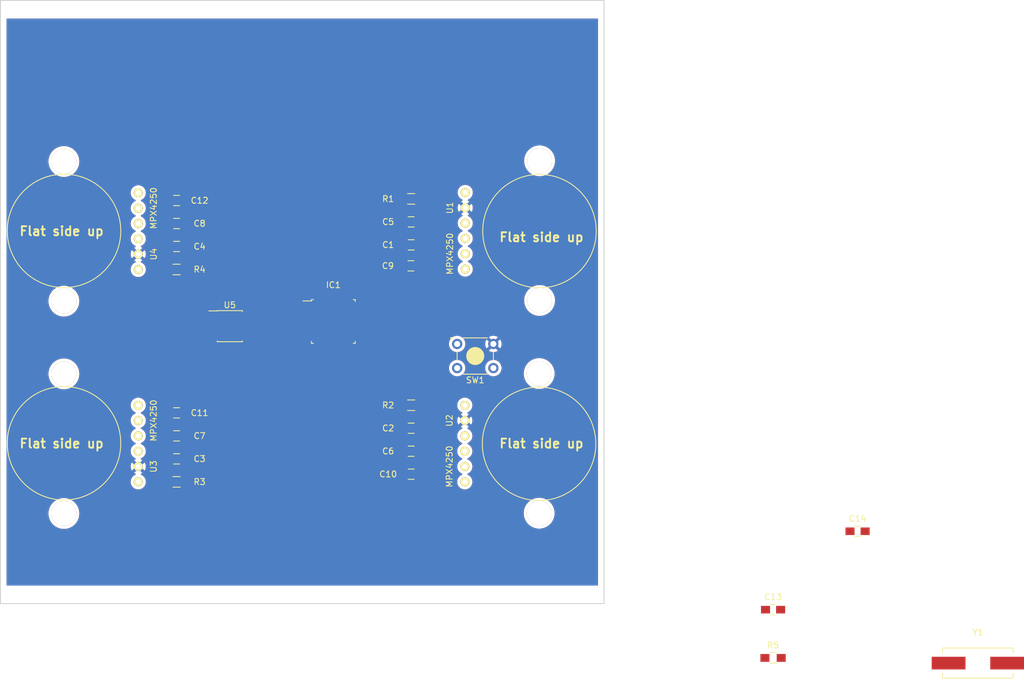
<source format=kicad_pcb>
(kicad_pcb (version 20221018) (generator pcbnew)
  (layers (0 "F.Cu" signal) (31 "B.Cu" signal) (34 "B.Paste" user) (35 "F.Paste" user) (36 "B.SilkS" user "B.Silkscreen") (37 "F.SilkS" user "F.Silkscreen") (38 "B.Mask" user) (39 "F.Mask" user) (44 "Edge.Cuts" user))
  (net 0 "")
  (net 1 "+5V")
  (net 2 "GND")
  (net 3 "MAP1")
  (net 4 "MAP2")
  (net 5 "MAP3")
  (net 6 "MAP4")
  (net 7 "Net-(IC1-Pad1)")
  (net 8 "Net-(IC1-Pad2)")
  (net 9 "Net-(IC1-Pad9)")
  (net 10 "Net-(IC1-Pad10)")
  (net 11 "Net-(IC1-Pad11)")
  (net 12 "Net-(IC1-Pad12)")
  (net 13 "Net-(IC1-Pad13)")
  (net 14 "Net-(IC1-Pad16)")
  (net 15 "Net-(IC1-Pad18)")
  (net 16 "Net-(IC1-Pad19)")
  (net 17 "Net-(IC1-Pad20)")
  (net 18 "Net-(IC1-Pad22)")
  (net 19 "Net-(IC1-Pad27)")
  (net 20 "Net-(IC1-Pad28)")
  (net 21 "Net-(IC1-Pad29)")
  (net 22 "Net-(IC1-Pad30)")
  (net 23 "Net-(IC1-Pad31)")
  (net 24 "Net-(IC1-Pad32)")
  (net 25 "Net-(R1-Pad2)")
  (net 26 "Net-(R2-Pad2)")
  (net 27 "Net-(R3-Pad2)")
  (net 28 "Net-(R4-Pad2)")
  (net 29 "Net-(C13-Pad2)")
  (net 30 "Net-(C14-Pad2)")
  (net 31 "DAC_SS")
  (net 32 "DAC_Serial")
  (net 33 "SCK")
  (net 34 "Net-(U5-Pad8)")
  (footprint "Capacitors_SMD:C_0805_HandSoldering" (layer "F.Cu") (at 168 141)
    (fp_text reference "C13" (at 0 -2.1) (layer "F.SilkS"))
    (fp_text value "C22pF")
    (fp_line (start -0.5 0.85) (end 0.5 0.85) (stroke (width 0.15)) (layer "F.SilkS"))
    (fp_line (start 0.5 -0.85) (end -0.5 -0.85) (stroke (width 0.15)) (layer "F.SilkS"))
    (pad "1" smd rect (at -1.25 0) (size 1.5 1.25) (layers "F.Cu" "F.Paste" "F.Mask") (net 2 "GND"))
    (pad "2" smd rect (at 1.25 0) (size 1.5 1.25) (layers "F.Cu" "F.Paste" "F.Mask") (net 29 "Net-(C13-Pad2)"))
  )
  (footprint "Capacitors_SMD:C_0805_HandSoldering" (layer "F.Cu") (at 182 128)
    (fp_text reference "C14" (at 0 -2.1) (layer "F.SilkS"))
    (fp_text value "C22pF")
    (fp_line (start -0.5 0.85) (end 0.5 0.85) (stroke (width 0.15)) (layer "F.SilkS"))
    (fp_line (start 0.5 -0.85) (end -0.5 -0.85) (stroke (width 0.15)) (layer "F.SilkS"))
    (pad "1" smd rect (at -1.25 0) (size 1.5 1.25) (layers "F.Cu" "F.Paste" "F.Mask") (net 2 "GND"))
    (pad "2" smd rect (at 1.25 0) (size 1.5 1.25) (layers "F.Cu" "F.Paste" "F.Mask") (net 30 "Net-(C14-Pad2)"))
  )
  (footprint "Resistors_SMD:R_0805_HandSoldering" (layer "F.Cu") (at 168 149)
    (fp_text reference "R5" (at 0 -2.1) (layer "F.SilkS"))
    (fp_text value "R10k")
    (fp_line (start -0.6 -0.875) (end 0.6 -0.875) (stroke (width 0.15)) (layer "F.SilkS"))
    (fp_line (start 0.6 0.875) (end -0.6 0.875) (stroke (width 0.15)) (layer "F.SilkS"))
    (pad "1" smd rect (at -1.35 0) (size 1.5 1.3) (layers "F.Cu" "F.Paste" "F.Mask") (net 1 "+5V"))
    (pad "2" smd rect (at 1.35 0) (size 1.5 1.3) (layers "F.Cu" "F.Paste" "F.Mask") (net 21 "Net-(IC1-Pad29)"))
  )
  (footprint "Buttons_Switches_ThroughHole:SW_TH_Tactile_Omron_B3F-10xx" (layer "F.Cu") (at 115.66 96.95)
    (fp_text reference "SW1" (at 3 6) (layer "F.SilkS"))
    (fp_text value "SW_SPST")
    (fp_line (start -1.05 -1.05) (end -1.05 -0.7) (stroke (width 0.15)) (layer "F.SilkS"))
    (fp_line (start -1.05 -1.05) (end -0.7 -1.05) (stroke (width 0.15)) (layer "F.SilkS"))
    (fp_line (start -0.95 -1) (end -0.95 -0.9) (stroke (width 0.15)) (layer "F.SilkS"))
    (fp_line (start 0 2) (end 0 2) (stroke (width 0.1)) (layer "F.SilkS"))
    (fp_line (start 0 2.75) (end 0 1.25) (stroke (width 0.15)) (layer "F.SilkS"))
    (fp_line (start 1 -1) (end 5 -1) (stroke (width 0.15)) (layer "F.SilkS"))
    (fp_line (start 1 5) (end 5 5) (stroke (width 0.15)) (layer "F.SilkS"))
    (fp_line (start 5 -1) (end 1 -1) (stroke (width 0.1)) (layer "F.SilkS"))
    (fp_line (start 5 5) (end 1 5) (stroke (width 0.1)) (layer "F.SilkS"))
    (fp_line (start 6 1.25) (end 6 2.75) (stroke (width 0.15)) (layer "F.SilkS"))
    (fp_line (start 6 2) (end 6 2) (stroke (width 0.1)) (layer "F.SilkS"))
    (fp_arc (start -1.05 -0.7) (mid -0.892328 -0.892328) (end -0.7 -1.05) (stroke (width 0.15)) (layer "F.SilkS"))
    (fp_circle (center 3 2) (end 4 3) (fill solid) (layer "F.SilkS"))
    (fp_circle (center 3 2) (end 4 3) (stroke (width 0.15)) (fill none) (layer "F.SilkS"))
    (pad "1" thru_hole circle (at 0 0) (size 1.7 1.7) (drill 1) (layers "*.Cu" "*.Mask") (net 21 "Net-(IC1-Pad29)"))
    (pad "2" thru_hole circle (at 6 0) (size 1.7 1.7) (drill 1) (layers "*.Cu" "*.Mask") (net 2 "GND"))
    (pad "3" thru_hole circle (at 0 4) (size 1.7 1.7) (drill 1) (layers "*.Cu" "*.Mask"))
    (pad "4" thru_hole circle (at 6 4) (size 1.7 1.7) (drill 1) (layers "*.Cu" "*.Mask"))
  )
  (footprint "Crystals:Crystal_HC49-SD_SMD" (layer "F.Cu") (at 201.93 149.86)
    (fp_text reference "Y1" (at 0 -5.08) (layer "F.SilkS"))
    (fp_text value "Crystal")
    (fp_line (start -5.84962 -2.49936) (end -5.84962 -1.651) (stroke (width 0.15)) (layer "F.SilkS"))
    (fp_line (start -5.84962 2.49936) (end -5.84962 1.651) (stroke (width 0.15)) (layer "F.SilkS"))
    (fp_line (start -5.84962 2.49936) (end 5.84962 2.49936) (stroke (width 0.15)) (layer "F.SilkS"))
    (fp_line (start 5.84962 -2.49936) (end -5.84962 -2.49936) (stroke (width 0.15)) (layer "F.SilkS"))
    (fp_line (start 5.84962 -2.49936) (end 5.84962 -1.651) (stroke (width 0.15)) (layer "F.SilkS"))
    (fp_line (start 5.84962 2.49936) (end 5.84962 1.651) (stroke (width 0.15)) (layer "F.SilkS"))
    (pad "1" smd rect (at -4.84886 0) (size 5.6007 2.10058) (layers "F.Cu" "F.Paste" "F.Mask") (net 29 "Net-(C13-Pad2)"))
    (pad "2" smd rect (at 4.84886 0) (size 5.6007 2.10058) (layers "F.Cu" "F.Paste" "F.Mask") (net 30 "Net-(C14-Pad2)"))
  )
  (footprint "Housings_SOIC:SOIC-8_3.9x4.9mm_Pitch1.27mm" (layer "F.Cu") (at 78 94)
    (fp_text reference "U5" (at 0 -3.5) (layer "F.SilkS"))
    (fp_text value "MCP4921-E/SN")
    (fp_line (start -2.075 -2.575) (end -2.075 -2.525) (stroke (width 0.15)) (layer "F.SilkS"))
    (fp_line (start -2.075 -2.575) (end 2.075 -2.575) (stroke (width 0.15)) (layer "F.SilkS"))
    (fp_line (start -2.075 -2.525) (end -3.475 -2.525) (stroke (width 0.15)) (layer "F.SilkS"))
    (fp_line (start -2.075 2.575) (end -2.075 2.43) (stroke (width 0.15)) (layer "F.SilkS"))
    (fp_line (start -2.075 2.575) (end 2.075 2.575) (stroke (width 0.15)) (layer "F.SilkS"))
    (fp_line (start 2.075 -2.575) (end 2.075 -2.43) (stroke (width 0.15)) (layer "F.SilkS"))
    (fp_line (start 2.075 2.575) (end 2.075 2.43) (stroke (width 0.15)) (layer "F.SilkS"))
    (pad "1" smd rect (at -2.7 -1.905) (size 1.55 0.6) (layers "F.Cu" "F.Paste" "F.Mask") (net 1 "+5V"))
    (pad "2" smd rect (at -2.7 -0.635) (size 1.55 0.6) (layers "F.Cu" "F.Paste" "F.Mask") (net 31 "DAC_SS"))
    (pad "3" smd rect (at -2.7 0.635) (size 1.55 0.6) (layers "F.Cu" "F.Paste" "F.Mask") (net 33 "SCK"))
    (pad "4" smd rect (at -2.7 1.905) (size 1.55 0.6) (layers "F.Cu" "F.Paste" "F.Mask") (net 32 "DAC_Serial"))
    (pad "5" smd rect (at 2.7 1.905) (size 1.55 0.6) (layers "F.Cu" "F.Paste" "F.Mask") (net 2 "GND"))
    (pad "6" smd rect (at 2.7 0.635) (size 1.55 0.6) (layers "F.Cu" "F.Paste" "F.Mask") (net 1 "+5V"))
    (pad "7" smd rect (at 2.7 -0.635) (size 1.55 0.6) (layers "F.Cu" "F.Paste" "F.Mask") (net 2 "GND"))
    (pad "8" smd rect (at 2.7 -1.905) (size 1.55 0.6) (layers "F.Cu" "F.Paste" "F.Mask") (net 34 "Net-(U5-Pad8)"))
  )
  (footprint "Capacitors_SMD:C_0805_HandSoldering" (layer "F.Cu") (at 108.04 80.52)
    (fp_text reference "C1" (at -3.81 0) (layer "F.SilkS"))
    (fp_text value "C1uF")
    (fp_line (start -0.5 0.85) (end 0.5 0.85) (stroke (width 0.15)) (layer "F.SilkS"))
    (fp_line (start 0.5 -0.85) (end -0.5 -0.85) (stroke (width 0.15)) (layer "F.SilkS"))
    (pad "1" smd rect (at -1.25 0) (size 1.5 1.25) (layers "F.Cu" "F.Paste" "F.Mask") (net 1 "+5V"))
    (pad "2" smd rect (at 1.25 0) (size 1.5 1.25) (layers "F.Cu" "F.Paste" "F.Mask") (net 2 "GND"))
  )
  (footprint "Capacitors_SMD:C_0805_HandSoldering" (layer "F.Cu") (at 108.04 110.92)
    (fp_text reference "C2" (at -3.81 0) (layer "F.SilkS"))
    (fp_text value "C1uF")
    (fp_line (start -0.5 0.85) (end 0.5 0.85) (stroke (width 0.15)) (layer "F.SilkS"))
    (fp_line (start 0.5 -0.85) (end -0.5 -0.85) (stroke (width 0.15)) (layer "F.SilkS"))
    (pad "1" smd rect (at -1.25 0) (size 1.5 1.25) (layers "F.Cu" "F.Paste" "F.Mask") (net 1 "+5V"))
    (pad "2" smd rect (at 1.25 0) (size 1.5 1.25) (layers "F.Cu" "F.Paste" "F.Mask") (net 2 "GND"))
  )
  (footprint "Capacitors_SMD:C_0805_HandSoldering" (layer "F.Cu") (at 69.18 116)
    (fp_text reference "C3" (at 3.81 0) (layer "F.SilkS"))
    (fp_text value "C1uF")
    (fp_line (start -0.5 0.85) (end 0.5 0.85) (stroke (width 0.15)) (layer "F.SilkS"))
    (fp_line (start 0.5 -0.85) (end -0.5 -0.85) (stroke (width 0.15)) (layer "F.SilkS"))
    (pad "1" smd rect (at -1.25 0) (size 1.5 1.25) (layers "F.Cu" "F.Paste" "F.Mask") (net 1 "+5V"))
    (pad "2" smd rect (at 1.25 0) (size 1.5 1.25) (layers "F.Cu" "F.Paste" "F.Mask") (net 2 "GND"))
  )
  (footprint "Capacitors_SMD:C_0805_HandSoldering" (layer "F.Cu") (at 69.18 80.79)
    (fp_text reference "C4" (at 3.81 0) (layer "F.SilkS"))
    (fp_text value "C1uF")
    (fp_line (start -0.5 0.85) (end 0.5 0.85) (stroke (width 0.15)) (layer "F.SilkS"))
    (fp_line (start 0.5 -0.85) (end -0.5 -0.85) (stroke (width 0.15)) (layer "F.SilkS"))
    (pad "1" smd rect (at -1.25 0) (size 1.5 1.25) (layers "F.Cu" "F.Paste" "F.Mask") (net 1 "+5V"))
    (pad "2" smd rect (at 1.25 0) (size 1.5 1.25) (layers "F.Cu" "F.Paste" "F.Mask") (net 2 "GND"))
  )
  (footprint "Capacitors_SMD:C_0805_HandSoldering" (layer "F.Cu") (at 108.04 76.71)
    (fp_text reference "C5" (at -3.81 0) (layer "F.SilkS"))
    (fp_text value "C0.01uF")
    (fp_line (start -0.5 0.85) (end 0.5 0.85) (stroke (width 0.15)) (layer "F.SilkS"))
    (fp_line (start 0.5 -0.85) (end -0.5 -0.85) (stroke (width 0.15)) (layer "F.SilkS"))
    (pad "1" smd rect (at -1.25 0) (size 1.5 1.25) (layers "F.Cu" "F.Paste" "F.Mask") (net 1 "+5V"))
    (pad "2" smd rect (at 1.25 0) (size 1.5 1.25) (layers "F.Cu" "F.Paste" "F.Mask") (net 2 "GND"))
  )
  (footprint "Capacitors_SMD:C_0805_HandSoldering" (layer "F.Cu") (at 108.04 114.73)
    (fp_text reference "C6" (at -3.81 0) (layer "F.SilkS"))
    (fp_text value "C0.01uF")
    (fp_line (start -0.5 0.85) (end 0.5 0.85) (stroke (width 0.15)) (layer "F.SilkS"))
    (fp_line (start 0.5 -0.85) (end -0.5 -0.85) (stroke (width 0.15)) (layer "F.SilkS"))
    (pad "1" smd rect (at -1.25 0) (size 1.5 1.25) (layers "F.Cu" "F.Paste" "F.Mask") (net 1 "+5V"))
    (pad "2" smd rect (at 1.25 0) (size 1.5 1.25) (layers "F.Cu" "F.Paste" "F.Mask") (net 2 "GND"))
  )
  (footprint "Capacitors_SMD:C_0805_HandSoldering" (layer "F.Cu") (at 69.18 112.19)
    (fp_text reference "C7" (at 3.81 0) (layer "F.SilkS"))
    (fp_text value "C0.01uF")
    (fp_line (start -0.5 0.85) (end 0.5 0.85) (stroke (width 0.15)) (layer "F.SilkS"))
    (fp_line (start 0.5 -0.85) (end -0.5 -0.85) (stroke (width 0.15)) (layer "F.SilkS"))
    (pad "1" smd rect (at -1.25 0) (size 1.5 1.25) (layers "F.Cu" "F.Paste" "F.Mask") (net 1 "+5V"))
    (pad "2" smd rect (at 1.25 0) (size 1.5 1.25) (layers "F.Cu" "F.Paste" "F.Mask") (net 2 "GND"))
  )
  (footprint "Capacitors_SMD:C_0805_HandSoldering" (layer "F.Cu") (at 69.18 76.98)
    (fp_text reference "C8" (at 3.81 0) (layer "F.SilkS"))
    (fp_text value "C0.01uF")
    (fp_line (start -0.5 0.85) (end 0.5 0.85) (stroke (width 0.15)) (layer "F.SilkS"))
    (fp_line (start 0.5 -0.85) (end -0.5 -0.85) (stroke (width 0.15)) (layer "F.SilkS"))
    (pad "1" smd rect (at -1.25 0) (size 1.5 1.25) (layers "F.Cu" "F.Paste" "F.Mask") (net 1 "+5V"))
    (pad "2" smd rect (at 1.25 0) (size 1.5 1.25) (layers "F.Cu" "F.Paste" "F.Mask") (net 2 "GND"))
  )
  (footprint "Capacitors_SMD:C_0805_HandSoldering" (layer "F.Cu") (at 108 84)
    (fp_text reference "C9" (at -3.81 0) (layer "F.SilkS"))
    (fp_text value "C0.3uF")
    (fp_line (start -0.5 0.85) (end 0.5 0.85) (stroke (width 0.15)) (layer "F.SilkS"))
    (fp_line (start 0.5 -0.85) (end -0.5 -0.85) (stroke (width 0.15)) (layer "F.SilkS"))
    (pad "1" smd rect (at -1.25 0) (size 1.5 1.25) (layers "F.Cu" "F.Paste" "F.Mask") (net 3 "MAP1"))
    (pad "2" smd rect (at 1.25 0) (size 1.5 1.25) (layers "F.Cu" "F.Paste" "F.Mask") (net 2 "GND"))
  )
  (footprint "Capacitors_SMD:C_0805_HandSoldering" (layer "F.Cu") (at 108.04 118.54)
    (fp_text reference "C10" (at -3.81 0) (layer "F.SilkS"))
    (fp_text value "C0.3uF")
    (fp_line (start -0.5 0.85) (end 0.5 0.85) (stroke (width 0.15)) (layer "F.SilkS"))
    (fp_line (start 0.5 -0.85) (end -0.5 -0.85) (stroke (width 0.15)) (layer "F.SilkS"))
    (pad "1" smd rect (at -1.25 0) (size 1.5 1.25) (layers "F.Cu" "F.Paste" "F.Mask") (net 4 "MAP2"))
    (pad "2" smd rect (at 1.25 0) (size 1.5 1.25) (layers "F.Cu" "F.Paste" "F.Mask") (net 2 "GND"))
  )
  (footprint "Capacitors_SMD:C_0805_HandSoldering" (layer "F.Cu") (at 69.18 108.38)
    (fp_text reference "C11" (at 3.81 0) (layer "F.SilkS"))
    (fp_text value "C0.3uF")
    (fp_line (start -0.5 0.85) (end 0.5 0.85) (stroke (width 0.15)) (layer "F.SilkS"))
    (fp_line (start 0.5 -0.85) (end -0.5 -0.85) (stroke (width 0.15)) (layer "F.SilkS"))
    (pad "1" smd rect (at -1.25 0) (size 1.5 1.25) (layers "F.Cu" "F.Paste" "F.Mask") (net 5 "MAP3"))
    (pad "2" smd rect (at 1.25 0) (size 1.5 1.25) (layers "F.Cu" "F.Paste" "F.Mask") (net 2 "GND"))
  )
  (footprint "Capacitors_SMD:C_0805_HandSoldering" (layer "F.Cu") (at 69.18 73.17)
    (fp_text reference "C12" (at 3.81 0) (layer "F.SilkS"))
    (fp_text value "C0.3uF")
    (fp_line (start -0.5 0.85) (end 0.5 0.85) (stroke (width 0.15)) (layer "F.SilkS"))
    (fp_line (start 0.5 -0.85) (end -0.5 -0.85) (stroke (width 0.15)) (layer "F.SilkS"))
    (pad "1" smd rect (at -1.25 0) (size 1.5 1.25) (layers "F.Cu" "F.Paste" "F.Mask") (net 6 "MAP4"))
    (pad "2" smd rect (at 1.25 0) (size 1.5 1.25) (layers "F.Cu" "F.Paste" "F.Mask") (net 2 "GND"))
  )
  (footprint "Housings_QFP:TQFP-32_7x7mm_Pitch0.8mm" (layer "F.Cu") (at 95.15 93.22)
    (fp_text reference "IC1" (at 0 -6.05) (layer "F.SilkS"))
    (fp_text value "ATMEGA328-A")
    (fp_line (start -3.625 -3.625) (end -3.625 -3.4) (stroke (width 0.15)) (layer "F.SilkS"))
    (fp_line (start -3.625 -3.625) (end -3.3 -3.625) (stroke (width 0.15)) (layer "F.SilkS"))
    (fp_line (start -3.625 -3.4) (end -5.05 -3.4) (stroke (width 0.15)) (layer "F.SilkS"))
    (fp_line (start -3.625 3.625) (end -3.625 3.3) (stroke (width 0.15)) (layer "F.SilkS"))
    (fp_line (start -3.625 3.625) (end -3.3 3.625) (stroke (width 0.15)) (layer "F.SilkS"))
    (fp_line (start 3.625 -3.625) (end 3.3 -3.625) (stroke (width 0.15)) (layer "F.SilkS"))
    (fp_line (start 3.625 -3.625) (end 3.625 -3.3) (stroke (width 0.15)) (layer "F.SilkS"))
    (fp_line (start 3.625 3.625) (end 3.3 3.625) (stroke (width 0.15)) (layer "F.SilkS"))
    (fp_line (start 3.625 3.625) (end 3.625 3.3) (stroke (width 0.15)) (layer "F.SilkS"))
    (pad "1" smd rect (at -4.25 -2.8) (size 1.6 0.55) (layers "F.Cu" "F.Paste" "F.Mask") (net 7 "Net-(IC1-Pad1)"))
    (pad "2" smd rect (at -4.25 -2) (size 1.6 0.55) (layers "F.Cu" "F.Paste" "F.Mask") (net 8 "Net-(IC1-Pad2)"))
    (pad "3" smd rect (at -4.25 -1.2) (size 1.6 0.55) (layers "F.Cu" "F.Paste" "F.Mask") (net 2 "GND"))
    (pad "4" smd rect (at -4.25 -0.4) (size 1.6 0.55) (layers "F.Cu" "F.Paste" "F.Mask") (net 1 "+5V"))
    (pad "5" smd rect (at -4.25 0.4) (size 1.6 0.55) (layers "F.Cu" "F.Paste" "F.Mask") (net 2 "GND"))
    (pad "6" smd rect (at -4.25 1.2) (size 1.6 0.55) (layers "F.Cu" "F.Paste" "F.Mask") (net 1 "+5V"))
    (pad "7" smd rect (at -4.25 2) (size 1.6 0.55) (layers "F.Cu" "F.Paste" "F.Mask") (net 29 "Net-(C13-Pad2)"))
    (pad "8" smd rect (at -4.25 2.8) (size 1.6 0.55) (layers "F.Cu" "F.Paste" "F.Mask") (net 30 "Net-(C14-Pad2)"))
    (pad "9" smd rect (at -2.8 4.25 90) (size 1.6 0.55) (layers "F.Cu" "F.Paste" "F.Mask") (net 9 "Net-(IC1-Pad9)"))
    (pad "10" smd rect (at -2 4.25 90) (size 1.6 0.55) (layers "F.Cu" "F.Paste" "F.Mask") (net 10 "Net-(IC1-Pad10)"))
    (pad "11" smd rect (at -1.2 4.25 90) (size 1.6 0.55) (layers "F.Cu" "F.Paste" "F.Mask") (net 11 "Net-(IC1-Pad11)"))
    (pad "12" smd rect (at -0.4 4.25 90) (size 1.6 0.55) (layers "F.Cu" "F.Paste" "F.Mask") (net 12 "Net-(IC1-Pad12)"))
    (pad "13" smd rect (at 0.4 4.25 90) (size 1.6 0.55) (layers "F.Cu" "F.Paste" "F.Mask") (net 13 "Net-(IC1-Pad13)"))
    (pad "14" smd rect (at 1.2 4.25 90) (size 1.6 0.55) (layers "F.Cu" "F.Paste" "F.Mask") (net 31 "DAC_SS"))
    (pad "15" smd rect (at 2 4.25 90) (size 1.6 0.55) (layers "F.Cu" "F.Paste" "F.Mask") (net 32 "DAC_Serial"))
    (pad "16" smd rect (at 2.8 4.25 90) (size 1.6 0.55) (layers "F.Cu" "F.Paste" "F.Mask") (net 14 "Net-(IC1-Pad16)"))
    (pad "17" smd rect (at 4.25 2.8) (size 1.6 0.55) (layers "F.Cu" "F.Paste" "F.Mask") (net 33 "SCK"))
    (pad "18" smd rect (at 4.25 2) (size 1.6 0.55) (layers "F.Cu" "F.Paste" "F.Mask") (net 15 "Net-(IC1-Pad18)"))
    (pad "19" smd rect (at 4.25 1.2) (size 1.6 0.55) (layers "F.Cu" "F.Paste" "F.Mask") (net 16 "Net-(IC1-Pad19)"))
    (pad "20" smd rect (at 4.25 0.4) (size 1.6 0.55) (layers "F.Cu" "F.Paste" "F.Mask") (net 17 "Net-(IC1-Pad20)"))
    (pad "21" smd rect (at 4.25 -0.4) (size 1.6 0.55) (layers "F.Cu" "F.Paste" "F.Mask") (net 2 "GND"))
    (pad "22" smd rect (at 4.25 -1.2) (size 1.6 0.55) (layers "F.Cu" "F.Paste" "F.Mask") (net 18 "Net-(IC1-Pad22)"))
    (pad "23" smd rect (at 4.25 -2) (size 1.6 0.55) (layers "F.Cu" "F.Paste" "F.Mask") (net 3 "MAP1"))
    (pad "24" smd rect (at 4.25 -2.8) (size 1.6 0.55) (layers "F.Cu" "F.Paste" "F.Mask") (net 4 "MAP2"))
    (pad "25" smd rect (at 2.8 -4.25 90) (size 1.6 0.55) (layers "F.Cu" "F.Paste" "F.Mask") (net 5 "MAP3"))
    (pad "26" smd rect (at 2 -4.25 90) (size 1.6 0.55) (layers "F.Cu" "F.Paste" "F.Mask") (net 6 "MAP4"))
    (pad "27" smd rect (at 1.2 -4.25 90) (size 1.6 0.55) (layers "F.Cu" "F.Paste" "F.Mask") (net 19 "Net-(IC1-Pad27)"))
    (pad "28" smd rect (at 0.4 -4.25 90) (size 1.6 0.55) (layers "F.Cu" "F.Paste" "F.Mask") (net 20 "Net-(IC1-Pad28)"))
    (pad "29" smd rect (at -0.4 -4.25 90) (size 1.6 0.55) (layers "F.Cu" "F.Paste" "F.Mask") (net 21 "Net-(IC1-Pad29)"))
    (pad "30" smd rect (at -1.2 -4.25 90) (size 1.6 0.55) (layers "F.Cu" "F.Paste" "F.Mask") (net 22 "Net-(IC1-Pad30)"))
    (pad "31" smd rect (at -2 -4.25 90) (size 1.6 0.55) (layers "F.Cu" "F.Paste" "F.Mask") (net 23 "Net-(IC1-Pad31)"))
    (pad "32" smd rect (at -2.8 -4.25 90) (size 1.6 0.55) (layers "F.Cu" "F.Paste" "F.Mask") (net 24 "Net-(IC1-Pad32)"))
  )
  (footprint "Resistors_SMD:R_0805_HandSoldering" (layer "F.Cu") (at 108.04 72.9)
    (fp_text reference "R1" (at -3.81 0) (layer "F.SilkS"))
    (fp_text value "R750")
    (fp_line (start -0.6 -0.875) (end 0.6 -0.875) (stroke (width 0.15)) (layer "F.SilkS"))
    (fp_line (start 0.6 0.875) (end -0.6 0.875) (stroke (width 0.15)) (layer "F.SilkS"))
    (pad "1" smd rect (at -1.35 0) (size 1.5 1.3) (layers "F.Cu" "F.Paste" "F.Mask") (net 3 "MAP1"))
    (pad "2" smd rect (at 1.35 0) (size 1.5 1.3) (layers "F.Cu" "F.Paste" "F.Mask") (net 25 "Net-(R1-Pad2)"))
  )
  (footprint "Resistors_SMD:R_0805_HandSoldering" (layer "F.Cu") (at 108.04 107.11)
    (fp_text reference "R2" (at -3.81 0) (layer "F.SilkS"))
    (fp_text value "R750")
    (fp_line (start -0.6 -0.875) (end 0.6 -0.875) (stroke (width 0.15)) (layer "F.SilkS"))
    (fp_line (start 0.6 0.875) (end -0.6 0.875) (stroke (width 0.15)) (layer "F.SilkS"))
    (pad "1" smd rect (at -1.35 0) (size 1.5 1.3) (layers "F.Cu" "F.Paste" "F.Mask") (net 4 "MAP2"))
    (pad "2" smd rect (at 1.35 0) (size 1.5 1.3) (layers "F.Cu" "F.Paste" "F.Mask") (net 26 "Net-(R2-Pad2)"))
  )
  (footprint "Resistors_SMD:R_0805_HandSoldering" (layer "F.Cu") (at 69.18 119.81)
    (fp_text reference "R3" (at 3.81 0) (layer "F.SilkS"))
    (fp_text value "R750")
    (fp_line (start -0.6 -0.875) (end 0.6 -0.875) (stroke (width 0.15)) (layer "F.SilkS"))
    (fp_line (start 0.6 0.875) (end -0.6 0.875) (stroke (width 0.15)) (layer "F.SilkS"))
    (pad "1" smd rect (at -1.35 0) (size 1.5 1.3) (layers "F.Cu" "F.Paste" "F.Mask") (net 5 "MAP3"))
    (pad "2" smd rect (at 1.35 0) (size 1.5 1.3) (layers "F.Cu" "F.Paste" "F.Mask") (net 27 "Net-(R3-Pad2)"))
  )
  (footprint "Resistors_SMD:R_0805_HandSoldering" (layer "F.Cu") (at 69.18 84.6)
    (fp_text reference "R4" (at 3.81 0) (layer "F.SilkS"))
    (fp_text value "R750")
    (fp_line (start -0.6 -0.875) (end 0.6 -0.875) (stroke (width 0.15)) (layer "F.SilkS"))
    (fp_line (start 0.6 0.875) (end -0.6 0.875) (stroke (width 0.15)) (layer "F.SilkS"))
    (pad "1" smd rect (at -1.35 0) (size 1.5 1.3) (layers "F.Cu" "F.Paste" "F.Mask") (net 6 "MAP4"))
    (pad "2" smd rect (at 1.35 0) (size 1.5 1.3) (layers "F.Cu" "F.Paste" "F.Mask") (net 28 "Net-(R4-Pad2)"))
  )
  (footprint "MPX4250:MPX4250" (layer "F.Cu") (at 117 71.84 -90)
    (fp_text reference "U1" (at 2.54 2.54 270) (layer "F.SilkS"))
    (fp_text value "MPX4250" (at 10.16 2.54 270) (layer "F.SilkS"))
    (fp_circle (center 6.4 -12.3) (end 10.2 -3.7) (stroke (width 0.15)) (fill none) (layer "F.SilkS"))
    (pad "1" thru_hole circle (at 0 0 270) (size 1.5 1.5) (drill 0.84) (layers "*.Cu" "*.Mask" "F.SilkS") (net 25 "Net-(R1-Pad2)"))
    (pad "2" thru_hole circle (at 2.54 0 270) (size 1.5 1.5) (drill 0.84) (layers "*.Cu" "*.Mask" "F.SilkS") (net 2 "GND"))
    (pad "3" thru_hole circle (at 5.08 0 270) (size 1.5 1.5) (drill 0.84) (layers "*.Cu" "*.Mask" "F.SilkS") (net 1 "+5V"))
    (pad "4" thru_hole circle (at 7.62 0 270) (size 1.5 1.5) (drill 0.84) (layers "*.Cu" "*.Mask" "F.SilkS"))
    (pad "5" thru_hole circle (at 10.16 0 270) (size 1.5 1.5) (drill 0.84) (layers "*.Cu" "*.Mask" "F.SilkS"))
    (pad "6" thru_hole circle (at 12.7 0 270) (size 1.5 1.5) (drill 0.84) (layers "*.Cu" "*.Mask" "F.SilkS"))
    (pad "~" thru_hole circle (at -5.25 -12.32 270) (size 4.1 4.1) (drill 4.1) (layers "*.Cu" "*.Mask" "F.SilkS"))
    (pad "~" thru_hole circle (at 17.9 -12.32 270) (size 4.1 4.1) (drill 4.1) (layers "*.Cu" "*.Mask" "F.SilkS"))
  )
  (footprint "MPX4250:MPX4250" (layer "F.Cu") (at 116.93 107.11 -90)
    (fp_text reference "U2" (at 2.54 2.54 270) (layer "F.SilkS"))
    (fp_text value "MPX4250" (at 10.16 2.54 270) (layer "F.SilkS"))
    (fp_circle (center 6.4 -12.3) (end 10.2 -3.7) (stroke (width 0.15)) (fill none) (layer "F.SilkS"))
    (pad "1" thru_hole circle (at 0 0 270) (size 1.5 1.5) (drill 0.84) (layers "*.Cu" "*.Mask" "F.SilkS") (net 26 "Net-(R2-Pad2)"))
    (pad "2" thru_hole circle (at 2.54 0 270) (size 1.5 1.5) (drill 0.84) (layers "*.Cu" "*.Mask" "F.SilkS") (net 2 "GND"))
    (pad "3" thru_hole circle (at 5.08 0 270) (size 1.5 1.5) (drill 0.84) (layers "*.Cu" "*.Mask" "F.SilkS") (net 1 "+5V"))
    (pad "4" thru_hole circle (at 7.62 0 270) (size 1.5 1.5) (drill 0.84) (layers "*.Cu" "*.Mask" "F.SilkS"))
    (pad "5" thru_hole circle (at 10.16 0 270) (size 1.5 1.5) (drill 0.84) (layers "*.Cu" "*.Mask" "F.SilkS"))
    (pad "6" thru_hole circle (at 12.7 0 270) (size 1.5 1.5) (drill 0.84) (layers "*.Cu" "*.Mask" "F.SilkS"))
    (pad "~" thru_hole circle (at -5.25 -12.32 270) (size 4.1 4.1) (drill 4.1) (layers "*.Cu" "*.Mask" "F.SilkS"))
    (pad "~" thru_hole circle (at 17.9 -12.32 270) (size 4.1 4.1) (drill 4.1) (layers "*.Cu" "*.Mask" "F.SilkS"))
  )
  (footprint "MPX4250:MPX4250" (layer "F.Cu") (at 62.83 119.81 90)
    (fp_text reference "U3" (at 2.54 2.54 90) (layer "F.SilkS"))
    (fp_text value "MPX4250" (at 10.16 2.54 90) (layer "F.SilkS"))
    (fp_circle (center 6.4 -12.3) (end 10.2 -3.7) (stroke (width 0.15)) (fill none) (layer "F.SilkS"))
    (pad "1" thru_hole circle (at 0 0 90) (size 1.5 1.5) (drill 0.84) (layers "*.Cu" "*.Mask" "F.SilkS") (net 27 "Net-(R3-Pad2)"))
    (pad "2" thru_hole circle (at 2.54 0 90) (size 1.5 1.5) (drill 0.84) (layers "*.Cu" "*.Mask" "F.SilkS") (net 2 "GND"))
    (pad "3" thru_hole circle (at 5.08 0 90) (size 1.5 1.5) (drill 0.84) (layers "*.Cu" "*.Mask" "F.SilkS") (net 1 "+5V"))
    (pad "4" thru_hole circle (at 7.62 0 90) (size 1.5 1.5) (drill 0.84) (layers "*.Cu" "*.Mask" "F.SilkS"))
    (pad "5" thru_hole circle (at 10.16 0 90) (size 1.5 1.5) (drill 0.84) (layers "*.Cu" "*.Mask" "F.SilkS"))
    (pad "6" thru_hole circle (at 12.7 0 90) (size 1.5 1.5) (drill 0.84) (layers "*.Cu" "*.Mask" "F.SilkS"))
    (pad "~" thru_hole circle (at -5.25 -12.32 90) (size 4.1 4.1) (drill 4.1) (layers "*.Cu" "*.Mask" "F.SilkS"))
    (pad "~" thru_hole circle (at 17.9 -12.32 90) (size 4.1 4.1) (drill 4.1) (layers "*.Cu" "*.Mask" "F.SilkS"))
  )
  (footprint "MPX4250:MPX4250" (layer "F.Cu") (at 62.83 84.6 90)
    (fp_text reference "U4" (at 2.54 2.54 90) (layer "F.SilkS"))
    (fp_text value "MPX4250" (at 10.16 2.54 90) (layer "F.SilkS"))
    (fp_circle (center 6.4 -12.3) (end 10.2 -3.7) (stroke (width 0.15)) (fill none) (layer "F.SilkS"))
    (pad "1" thru_hole circle (at 0 0 90) (size 1.5 1.5) (drill 0.84) (layers "*.Cu" "*.Mask" "F.SilkS") (net 28 "Net-(R4-Pad2)"))
    (pad "2" thru_hole circle (at 2.54 0 90) (size 1.5 1.5) (drill 0.84) (layers "*.Cu" "*.Mask" "F.SilkS") (net 2 "GND"))
    (pad "3" thru_hole circle (at 5.08 0 90) (size 1.5 1.5) (drill 0.84) (layers "*.Cu" "*.Mask" "F.SilkS") (net 1 "+5V"))
    (pad "4" thru_hole circle (at 7.62 0 90) (size 1.5 1.5) (drill 0.84) (layers "*.Cu" "*.Mask" "F.SilkS"))
    (pad "5" thru_hole circle (at 10.16 0 90) (size 1.5 1.5) (drill 0.84) (layers "*.Cu" "*.Mask" "F.SilkS"))
    (pad "6" thru_hole circle (at 12.7 0 90) (size 1.5 1.5) (drill 0.84) (layers "*.Cu" "*.Mask" "F.SilkS"))
    (pad "~" thru_hole circle (at -5.25 -12.32 90) (size 4.1 4.1) (drill 4.1) (layers "*.Cu" "*.Mask" "F.SilkS"))
    (pad "~" thru_hole circle (at 17.9 -12.32 90) (size 4.1 4.1) (drill 4.1) (layers "*.Cu" "*.Mask" "F.SilkS"))
  )
  (gr_line (start 140 140) (end 40 140) (stroke (width 0.15)) (layer "Edge.Cuts"))
  (gr_line (start 140 40) (end 140 140) (stroke (width 0.15)) (layer "Edge.Cuts"))
  (gr_line (start 40 40) (end 140 40) (stroke (width 0.15)) (layer "Edge.Cuts"))
  (gr_line (start 40 140) (end 40 40) (stroke (width 0.15)) (layer "Edge.Cuts"))
  (gr_text "Flat side up" (at 129.63 113.46) (layer "F.SilkS") (effects (font (size 1.5 1.5) (thickness 0.3))))
  (gr_text "Flat side up" (at 129.63 79.25) (layer "F.SilkS") (effects (font (size 1.5 1.5) (thickness 0.3))))
  (gr_text "Flat side up" (at 50.13 78.25) (layer "F.SilkS") (effects (font (size 1.5 1.5) (thickness 0.3))))
  (gr_text "Flat side up" (at 50.13 113.46) (layer "F.SilkS") (effects (font (size 1.5 1.5) (thickness 0.3))))
  (zone (net 2) (net_name "GND") (layer "F.Cu") (connect_pads (clearance 0.508)) (min_thickness 0.254) (fill yes (thermal_gap 0.508) (thermal_bridge_width 0.508))
    (polygon (pts (xy 139 137) (xy 41 137) (xy 41 43) (xy 139 43)))
  )
  (zone (net 2) (net_name "GND") (layer "B.Cu") (connect_pads (clearance 0.508)) (min_thickness 0.254) (fill yes (thermal_gap 0.508) (thermal_bridge_width 0.508))
    (polygon (pts (xy 41 137) (xy 41 43) (xy 139 43) (xy 139 137)))
  )
)
</source>
